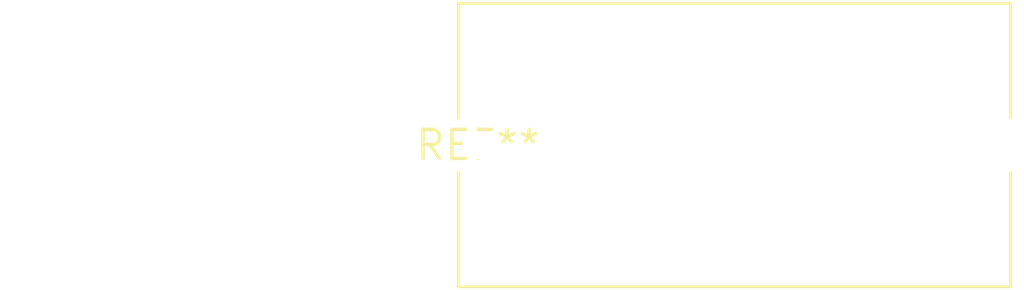
<source format=kicad_pcb>
(kicad_pcb (version 20240108) (generator pcbnew)
  (layers (0 "F.Cu" signal) (31 "B.Cu" signal) (34 "B.Paste" user) (35 "F.Paste" user) (36 "B.SilkS" user "B.Silkscreen") (37 "F.SilkS" user "F.Silkscreen") (38 "B.Mask" user) (39 "F.Mask" user) (44 "Edge.Cuts" user))
  (net 0 "")
  (footprint "C_Rect_L24.0mm_W12.2mm_P22.50mm_MKT" (layer "F.Cu") (at 0 0)
    (property "Reference" "REF**")
    (property "Value" "C_Rect_L24.0mm_W12.2mm_P22.50mm_MKT")
    (fp_line (start -0.87 -6.22) (end -0.87 -1.185) (layer "F.SilkS") (stroke (width 0.12)))
    (fp_line (start -0.87 -6.22) (end 23.37 -6.22) (layer "F.SilkS") (stroke (width 0.12)))
    (fp_line (start -0.87 1.185) (end -0.87 6.22) (layer "F.SilkS") (stroke (width 0.12)))
    (fp_line (start -0.87 6.22) (end 23.37 6.22) (layer "F.SilkS") (stroke (width 0.12)))
    (fp_line (start 23.37 -6.22) (end 23.37 -1.185) (layer "F.SilkS") (stroke (width 0.12)))
    (fp_line (start 23.37 1.185) (end 23.37 6.22) (layer "F.SilkS") (stroke (width 0.12)))
    (pad "1" thru_hole circle (at 0 0) (size 2.4 2.4) (drill 1.2) (layers *.Cu *.Mask) (remove_unused_layers))
    (pad "2" thru_hole circle (at 22.5 0) (size 2.4 2.4) (drill 1.2) (layers *.Cu *.Mask) (remove_unused_layers))
  )
)
</source>
